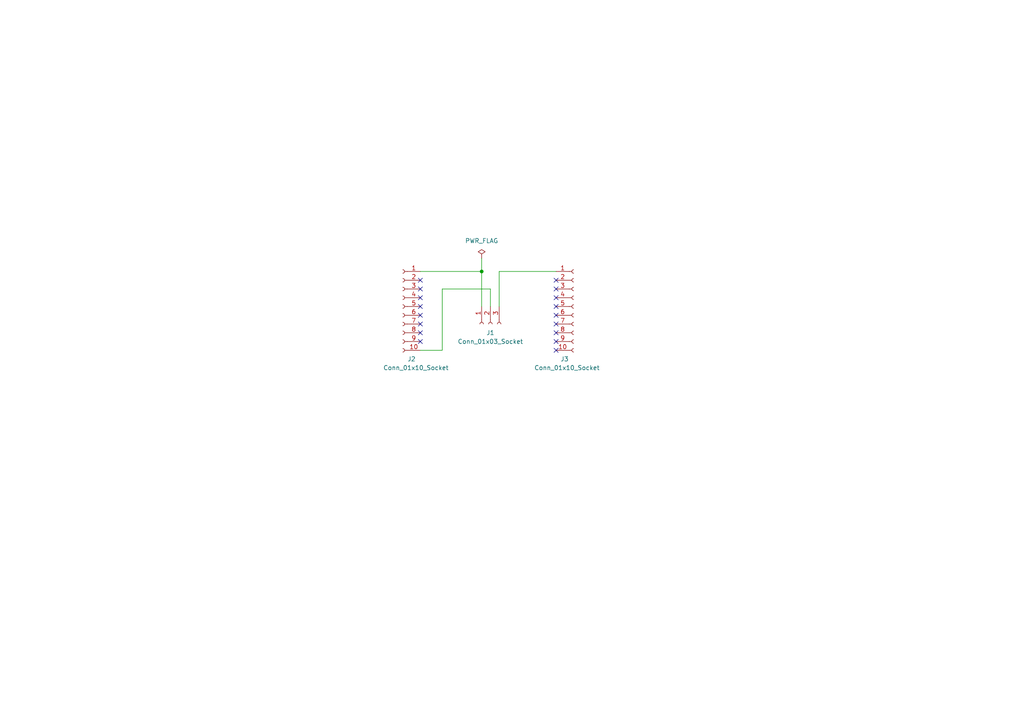
<source format=kicad_sch>
(kicad_sch (version 20230121) (generator eeschema)
  (paper "A4")
  (title_block (title "3-pin FPV Interface for Bitcraze Crazyflie 2.0") (date "2023-10-02") (company "Jose Ignacio Granados Marín") (comment 1 "Desarrollo de un vehículo aéreo no tripulado modular de bajo costo") (comment 2 "Trabajo Final de Graduación") (comment 3 "Área Académica de Ingeniería en Computadores") (comment 4 "Instituto Tecnológico de Costa Rica"))
  (lib_symbols
    (symbol "Connector:Conn_01x03_Socket" (pin_names (offset 1.016) hide)
      (property "Reference" "J" (at 0 5.08 0))
      (property "Value" "Conn_01x03_Socket" (at 0 -5.08 0))
      (symbol "Conn_01x03_Socket_1_1"
        (arc (start 0 -2.032) (mid -0.5058 -2.54) (end 0 -3.048) (stroke (width 0.1524)))
        (polyline (pts (xy -1.27 -2.54) (xy -0.508 -2.54)) (stroke (width 0.1524)))
        (polyline (pts (xy -1.27 0) (xy -0.508 0)) (stroke (width 0.1524)))
        (polyline (pts (xy -1.27 2.54) (xy -0.508 2.54)) (stroke (width 0.1524)))
        (arc (start 0 0.508) (mid -0.5058 0) (end 0 -0.508) (stroke (width 0.1524)))
        (arc (start 0 3.048) (mid -0.5058 2.54) (end 0 2.032) (stroke (width 0.1524)))
        (pin passive line (at -5.08 2.54 0) (length 3.81) (name "Pin_1") (number "1"))
        (pin passive line (at -5.08 0 0) (length 3.81) (name "Pin_2") (number "2"))
        (pin passive line (at -5.08 -2.54 0) (length 3.81) (name "Pin_3") (number "3"))
      )
    )
    (symbol "Connector:Conn_01x10_Socket" (pin_names (offset 1.016) hide)
      (property "Reference" "J" (at 0 12.7 0))
      (property "Value" "Conn_01x10_Socket" (at 0 -15.24 0))
      (symbol "Conn_01x10_Socket_1_1"
        (arc (start 0 -12.192) (mid -0.5058 -12.7) (end 0 -13.208) (stroke (width 0.1524)))
        (arc (start 0 -9.652) (mid -0.5058 -10.16) (end 0 -10.668) (stroke (width 0.1524)))
        (arc (start 0 -7.112) (mid -0.5058 -7.62) (end 0 -8.128) (stroke (width 0.1524)))
        (arc (start 0 -4.572) (mid -0.5058 -5.08) (end 0 -5.588) (stroke (width 0.1524)))
        (arc (start 0 -2.032) (mid -0.5058 -2.54) (end 0 -3.048) (stroke (width 0.1524)))
        (polyline (pts (xy -1.27 -12.7) (xy -0.508 -12.7)) (stroke (width 0.1524)))
        (polyline (pts (xy -1.27 -10.16) (xy -0.508 -10.16)) (stroke (width 0.1524)))
        (polyline (pts (xy -1.27 -7.62) (xy -0.508 -7.62)) (stroke (width 0.1524)))
        (polyline (pts (xy -1.27 -5.08) (xy -0.508 -5.08)) (stroke (width 0.1524)))
        (polyline (pts (xy -1.27 -2.54) (xy -0.508 -2.54)) (stroke (width 0.1524)))
        (polyline (pts (xy -1.27 0) (xy -0.508 0)) (stroke (width 0.1524)))
        (polyline (pts (xy -1.27 2.54) (xy -0.508 2.54)) (stroke (width 0.1524)))
        (polyline (pts (xy -1.27 5.08) (xy -0.508 5.08)) (stroke (width 0.1524)))
        (polyline (pts (xy -1.27 7.62) (xy -0.508 7.62)) (stroke (width 0.1524)))
        (polyline (pts (xy -1.27 10.16) (xy -0.508 10.16)) (stroke (width 0.1524)))
        (arc (start 0 0.508) (mid -0.5058 0) (end 0 -0.508) (stroke (width 0.1524)))
        (arc (start 0 3.048) (mid -0.5058 2.54) (end 0 2.032) (stroke (width 0.1524)))
        (arc (start 0 5.588) (mid -0.5058 5.08) (end 0 4.572) (stroke (width 0.1524)))
        (arc (start 0 8.128) (mid -0.5058 7.62) (end 0 7.112) (stroke (width 0.1524)))
        (arc (start 0 10.668) (mid -0.5058 10.16) (end 0 9.652) (stroke (width 0.1524)))
        (pin passive line (at -5.08 10.16 0) (length 3.81) (name "Pin_1") (number "1"))
        (pin passive line (at -5.08 -12.7 0) (length 3.81) (name "Pin_10") (number "10"))
        (pin passive line (at -5.08 7.62 0) (length 3.81) (name "Pin_2") (number "2"))
        (pin passive line (at -5.08 5.08 0) (length 3.81) (name "Pin_3") (number "3"))
        (pin passive line (at -5.08 2.54 0) (length 3.81) (name "Pin_4") (number "4"))
        (pin passive line (at -5.08 0 0) (length 3.81) (name "Pin_5") (number "5"))
        (pin passive line (at -5.08 -2.54 0) (length 3.81) (name "Pin_6") (number "6"))
        (pin passive line (at -5.08 -5.08 0) (length 3.81) (name "Pin_7") (number "7"))
        (pin passive line (at -5.08 -7.62 0) (length 3.81) (name "Pin_8") (number "8"))
        (pin passive line (at -5.08 -10.16 0) (length 3.81) (name "Pin_9") (number "9"))
      )
    )
    (symbol "power:PWR_FLAG" (power) (pin_numbers hide) (pin_names (offset 0) hide)
      (property "Value" "PWR_FLAG" (at 0 3.81 0))
      (symbol "PWR_FLAG_0_0"
        (pin power_out line (at 0 0 90) (length 0) (name "pwr") (number "1"))
      )
      (symbol "PWR_FLAG_0_1"
        (polyline (pts (xy 0 0) (xy 0 1.27) (xy -1.016 1.905) (xy 0 2.54) (xy 1.016 1.905) (xy 0 1.27)))
      )
    )
  )
  (junction (at 139.7 78.74))
  (no_connect (at 161.29 99.06))
  (no_connect (at 161.29 88.9))
  (no_connect (at 161.29 101.6))
  (no_connect (at 121.92 96.52))
  (no_connect (at 121.92 91.44))
  (no_connect (at 121.92 86.36))
  (no_connect (at 121.92 99.06))
  (no_connect (at 161.29 96.52))
  (no_connect (at 161.29 81.28))
  (no_connect (at 121.92 83.82))
  (no_connect (at 161.29 91.44))
  (no_connect (at 121.92 81.28))
  (no_connect (at 161.29 86.36))
  (no_connect (at 161.29 93.98))
  (no_connect (at 121.92 93.98))
  (no_connect (at 161.29 83.82))
  (no_connect (at 121.92 88.9))
  (wire (pts (xy 139.7 88.9) (xy 139.7 78.74)))
  (wire (pts (xy 144.78 78.74) (xy 161.29 78.74)))
  (wire (pts (xy 128.27 101.6) (xy 121.92 101.6)))
  (wire (pts (xy 139.7 78.74) (xy 121.92 78.74)))
  (wire (pts (xy 128.27 83.82) (xy 128.27 101.6)))
  (wire (pts (xy 142.24 88.9) (xy 142.24 83.82)))
  (wire (pts (xy 144.78 88.9) (xy 144.78 78.74)))
  (wire (pts (xy 142.24 83.82) (xy 128.27 83.82)))
  (wire (pts (xy 139.7 74.93) (xy 139.7 78.74)))
  (symbol (lib_id "Connector:Conn_01x10_Socket") (at 166.37 88.9 0) (unit 1)
    (property "Reference" "J3" (at 162.56 104.14 0) (effects (justify left)))
    (property "Value" "Conn_01x10_Socket" (at 154.94 106.68 0) (effects (justify left)))
    (property "Footprint" "Connector_PinSocket_2.00mm:PinSocket_1x10_P2.00mm_Vertical" (effects hide))
  )
  (symbol (lib_id "Connector:Conn_01x03_Socket") (at 142.24 93.98 90) (mirror x) (unit 1)
    (property "Reference" "J1" (at 142.24 96.52 90))
    (property "Value" "Conn_01x03_Socket" (at 142.24 99.06 90))
    (property "Footprint" "Connector_JST:JST_XH_B3B-XH-A_1x03_P2.50mm_Vertical" (effects hide))
  )
  (symbol (lib_id "power:PWR_FLAG") (at 139.7 74.93 0) (unit 1)
    (property "Reference" "#FLG02" (effects hide))
    (property "Value" "PWR_FLAG" (at 139.7 69.85 0))
  )
  (symbol (lib_id "Connector:Conn_01x10_Socket") (at 116.84 88.9 0) (mirror y) (unit 1)
    (property "Reference" "J2" (at 119.38 104.14 0))
    (property "Value" "Conn_01x10_Socket" (at 120.65 106.68 0))
    (property "Footprint" "Connector_PinSocket_2.00mm:PinSocket_1x10_P2.00mm_Vertical" (effects hide))
  )
)
</source>
